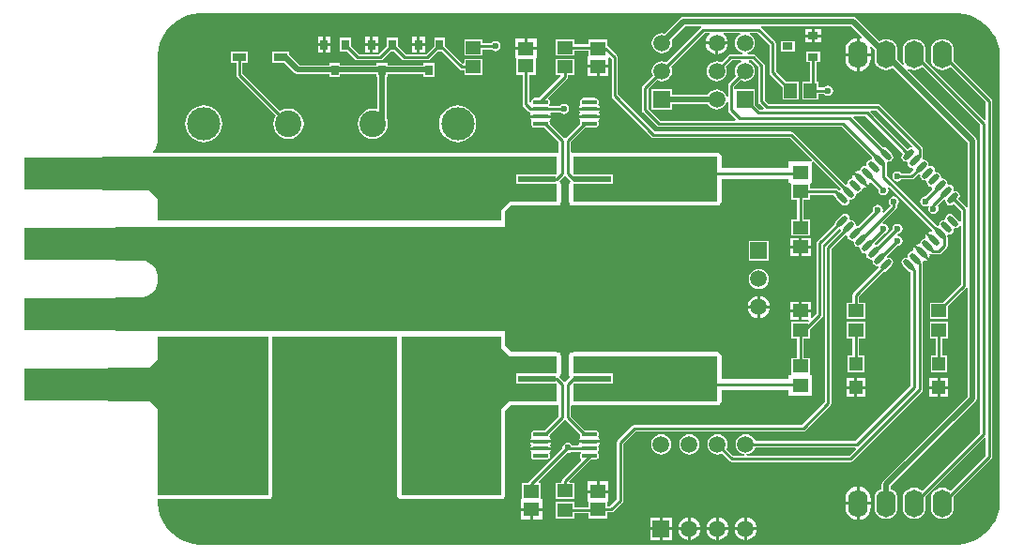
<source format=gtl>
G04*
G04 #@! TF.GenerationSoftware,Altium Limited,Altium Designer,18.1.9 (240)*
G04*
G04 Layer_Physical_Order=1*
G04 Layer_Color=255*
%FSLAX25Y25*%
%MOIN*%
G70*
G01*
G75*
%ADD13C,0.01000*%
%ADD39R,0.04724X0.02756*%
%ADD40R,0.02559X0.03740*%
%ADD41O,0.05512X0.01575*%
%ADD42R,0.05315X0.04528*%
%ADD43R,0.03740X0.02559*%
%ADD44R,0.04528X0.05315*%
G04:AMPARAMS|DCode=45|XSize=19.68mil|YSize=47.24mil|CornerRadius=0mil|HoleSize=0mil|Usage=FLASHONLY|Rotation=225.000|XOffset=0mil|YOffset=0mil|HoleType=Round|Shape=Round|*
%AMOVALD45*
21,1,0.02756,0.01968,0.00000,0.00000,315.0*
1,1,0.01968,-0.00974,0.00974*
1,1,0.01968,0.00974,-0.00974*
%
%ADD45OVALD45*%

G04:AMPARAMS|DCode=46|XSize=19.68mil|YSize=47.24mil|CornerRadius=0mil|HoleSize=0mil|Usage=FLASHONLY|Rotation=135.000|XOffset=0mil|YOffset=0mil|HoleType=Round|Shape=Round|*
%AMOVALD46*
21,1,0.02756,0.01968,0.00000,0.00000,225.0*
1,1,0.01968,0.00974,0.00974*
1,1,0.01968,-0.00974,-0.00974*
%
%ADD46OVALD46*%

%ADD47R,0.05512X0.05118*%
%ADD48R,0.04724X0.04724*%
%ADD49R,0.13386X0.04724*%
%ADD50R,0.13386X0.02362*%
%ADD51C,0.02000*%
%ADD52R,0.04921X0.11800*%
%ADD53R,0.04921X0.11670*%
%ADD54R,0.24606X0.39370*%
%ADD55C,0.02362*%
%ADD56R,0.05906X0.05906*%
%ADD57C,0.05906*%
%ADD58R,0.31496X0.11811*%
%ADD59C,0.09449*%
%ADD60C,0.11811*%
%ADD61O,0.18898X0.09449*%
%ADD62O,0.06890X0.09843*%
G36*
X291339Y94488D02*
X292371D01*
X294418Y94219D01*
X296411Y93684D01*
X298319Y92894D01*
X300107Y91862D01*
X301744Y90606D01*
X303204Y89146D01*
X304461Y87508D01*
X305493Y85720D01*
X306283Y83813D01*
X306817Y81819D01*
X307087Y79772D01*
Y78740D01*
X307087Y78740D01*
Y-78740D01*
X307087D01*
Y-79772D01*
X306817Y-81819D01*
X306283Y-83813D01*
X305493Y-85720D01*
X304461Y-87508D01*
X303204Y-89146D01*
X301744Y-90606D01*
X300107Y-91862D01*
X298319Y-92894D01*
X296411Y-93685D01*
X294418Y-94219D01*
X292371Y-94488D01*
X22590D01*
X20543Y-94219D01*
X18549Y-93685D01*
X16642Y-92894D01*
X14854Y-91862D01*
X13216Y-90606D01*
X11757Y-89146D01*
X10500Y-87508D01*
X9468Y-85720D01*
X8678Y-83813D01*
X8144Y-81819D01*
X7874Y-79772D01*
Y-78740D01*
X8021Y-78301D01*
X27263D01*
X27269Y-78302D01*
X36718D01*
X36724Y-78301D01*
X47244D01*
X47829Y-78185D01*
X48325Y-77853D01*
X48657Y-77357D01*
X48774Y-76772D01*
Y-20669D01*
X92959Y-20669D01*
Y-76772D01*
X93075Y-77357D01*
X93407Y-77853D01*
X93903Y-78185D01*
X94488Y-78301D01*
X102066D01*
X102072Y-78302D01*
X111521D01*
X111527Y-78301D01*
X129921D01*
X130507Y-78185D01*
X131003Y-77853D01*
X131334Y-77357D01*
X131451Y-76772D01*
X131451Y-46986D01*
X133506Y-44931D01*
X149248Y-44978D01*
X149249Y-44978D01*
X149250Y-44978D01*
X149542Y-44921D01*
X149833Y-44864D01*
X149834Y-44863D01*
X149835Y-44863D01*
X149919Y-44807D01*
X150453D01*
Y-48748D01*
X145399Y-53802D01*
X141929D01*
X141388Y-53910D01*
X140929Y-54216D01*
X140622Y-54675D01*
X140515Y-55216D01*
X140622Y-55758D01*
X140687Y-55855D01*
X140640Y-56487D01*
X140245Y-57078D01*
X140206Y-57276D01*
X143898D01*
X147589D01*
X147550Y-57078D01*
X147155Y-56487D01*
X147108Y-55855D01*
X147173Y-55758D01*
X147281Y-55216D01*
X147260Y-55113D01*
X152237Y-50137D01*
X152425Y-50089D01*
X152693Y-50089D01*
X152882Y-50137D01*
X157858Y-55113D01*
X157837Y-55216D01*
X157945Y-55758D01*
X158010Y-55855D01*
X157963Y-56487D01*
X157568Y-57078D01*
X157529Y-57276D01*
X161221D01*
X164912D01*
X164873Y-57078D01*
X164478Y-56487D01*
X164431Y-55855D01*
X164496Y-55758D01*
X164603Y-55216D01*
X164496Y-54675D01*
X164189Y-54216D01*
X163730Y-53910D01*
X163189Y-53802D01*
X159719D01*
X154665Y-48748D01*
Y-45232D01*
X154706Y-45166D01*
X155165Y-44860D01*
X155512Y-44929D01*
X195879D01*
X196000Y-44941D01*
X196121Y-44929D01*
X206693D01*
X207278Y-44813D01*
X207774Y-44481D01*
X208106Y-43985D01*
X208222Y-43400D01*
Y-39539D01*
X232063D01*
Y-41657D01*
X240378D01*
Y-34130D01*
X239869D01*
X239478Y-33868D01*
X239478Y-33630D01*
Y-28140D01*
X237342D01*
Y-21072D01*
X239478D01*
Y-18014D01*
X243903Y-13588D01*
X243903Y-13588D01*
X244146Y-13225D01*
X244232Y-12795D01*
Y12173D01*
X249885Y17825D01*
X250057Y17830D01*
X250531Y17357D01*
X250526Y17184D01*
X245270Y11929D01*
X245027Y11565D01*
X244941Y11136D01*
X244941Y11135D01*
Y-43827D01*
X236740Y-52028D01*
X177165D01*
X176736Y-52113D01*
X176372Y-52357D01*
X176372Y-52357D01*
X171451Y-57278D01*
X171208Y-57642D01*
X171123Y-58071D01*
X171123Y-58071D01*
Y-78276D01*
X168630Y-80768D01*
X167726D01*
Y-79150D01*
X168126D01*
Y-76091D01*
X160614D01*
Y-79150D01*
X161014D01*
Y-81063D01*
X155816D01*
Y-79321D01*
X149302D01*
Y-85049D01*
X155816D01*
Y-83307D01*
X161014D01*
Y-85049D01*
X167726D01*
Y-83011D01*
X169094D01*
X169095Y-83011D01*
X169524Y-82926D01*
X169888Y-82683D01*
X173037Y-79533D01*
X173037Y-79533D01*
X173280Y-79169D01*
X173366Y-78740D01*
X173366Y-78740D01*
Y-58535D01*
X177630Y-54271D01*
X237205D01*
X237205Y-54271D01*
X237634Y-54186D01*
X237998Y-53943D01*
X246856Y-45084D01*
X246856Y-45084D01*
X247099Y-44721D01*
X247184Y-44291D01*
X247184Y-44291D01*
Y10671D01*
X252112Y15598D01*
X252557Y15611D01*
X252920Y15202D01*
X252907Y15141D01*
X253030Y14523D01*
X253381Y13999D01*
X253905Y13649D01*
X254523Y13526D01*
X254756Y13572D01*
X255181Y13147D01*
X255135Y12914D01*
X255258Y12296D01*
X255608Y11772D01*
X256132Y11422D01*
X256750Y11299D01*
X256983Y11345D01*
X257408Y10920D01*
X257362Y10687D01*
X257485Y10069D01*
X257835Y9545D01*
X258359Y9195D01*
X258977Y9072D01*
X259210Y9118D01*
X259635Y8693D01*
X259589Y8460D01*
X259712Y7842D01*
X260062Y7318D01*
X260586Y6967D01*
X261204Y6844D01*
X261437Y6891D01*
X261862Y6466D01*
X261816Y6233D01*
X261939Y5615D01*
X262289Y5091D01*
X262813Y4740D01*
X263431Y4617D01*
X263492Y4629D01*
X263901Y4267D01*
X263888Y3822D01*
X255112Y-4954D01*
X254869Y-5318D01*
X254784Y-5747D01*
X254784Y-5747D01*
Y-8455D01*
X252648D01*
Y-14183D01*
X259163D01*
Y-8455D01*
X257027D01*
Y-6212D01*
X265634Y2395D01*
X265658Y2390D01*
X266277Y2513D01*
X266800Y2863D01*
X268749Y4812D01*
X269099Y5336D01*
X269222Y5954D01*
X269099Y6572D01*
X268749Y7096D01*
X268225Y7447D01*
X267607Y7570D01*
X267374Y7523D01*
X266949Y7948D01*
X266995Y8181D01*
X266990Y8206D01*
X270478Y11693D01*
X270669Y11655D01*
X271364Y11793D01*
X271953Y12187D01*
X272347Y12776D01*
X272485Y13471D01*
X272347Y14166D01*
X271953Y14755D01*
X271364Y15148D01*
X270861Y15249D01*
X270608Y15678D01*
X270593Y15773D01*
X270643Y15856D01*
X270715Y15910D01*
X271364Y16039D01*
X271953Y16432D01*
X272347Y17022D01*
X272485Y17717D01*
X272347Y18411D01*
X271953Y19001D01*
X271364Y19394D01*
X270669Y19533D01*
X269974Y19394D01*
X269385Y19001D01*
X268991Y18411D01*
X268853Y17717D01*
X268891Y17525D01*
X263351Y11984D01*
X263153Y12024D01*
X262920Y11977D01*
X262495Y12403D01*
X262541Y12636D01*
X262536Y12660D01*
X265784Y15908D01*
X266443Y16039D01*
X267032Y16432D01*
X267426Y17022D01*
X267564Y17717D01*
X267426Y18411D01*
X267032Y19001D01*
X266443Y19394D01*
X265748Y19533D01*
X265640Y19511D01*
X265394Y19972D01*
X270219Y24798D01*
X270219Y24798D01*
X270462Y25161D01*
X270548Y25591D01*
Y26166D01*
X270710Y26275D01*
X271104Y26864D01*
X271242Y27559D01*
X271104Y28254D01*
X270710Y28843D01*
X270121Y29237D01*
X269426Y29375D01*
X268731Y29237D01*
X268142Y28843D01*
X267749Y28254D01*
X267610Y27559D01*
X267749Y26864D01*
X268142Y26275D01*
X268011Y25761D01*
X265852Y23603D01*
X265457Y23911D01*
X265596Y24606D01*
X265457Y25301D01*
X265064Y25890D01*
X264475Y26284D01*
X263779Y26422D01*
X263085Y26284D01*
X262495Y25890D01*
X262102Y25301D01*
X261964Y24606D01*
X262036Y24241D01*
X256496Y18700D01*
X256471Y18705D01*
X256239Y18659D01*
X255813Y19084D01*
X255860Y19317D01*
X255737Y19935D01*
X255387Y20459D01*
X254862Y20809D01*
X254244Y20932D01*
X254011Y20886D01*
X253586Y21311D01*
X253632Y21544D01*
X253510Y22162D01*
X253159Y22686D01*
X252635Y23036D01*
X252017Y23159D01*
X251399Y23036D01*
X250875Y22686D01*
X248926Y20738D01*
X248576Y20213D01*
X248453Y19595D01*
X248458Y19571D01*
X242317Y13430D01*
X242074Y13066D01*
X241989Y12637D01*
X241989Y12637D01*
Y-12331D01*
X240340Y-13979D01*
X239878Y-13788D01*
Y-11819D01*
X236721D01*
Y-14583D01*
X238953D01*
X239158Y-15052D01*
X238922Y-15345D01*
X232963D01*
Y-21072D01*
X235099D01*
Y-28140D01*
X232963D01*
Y-33630D01*
X232963Y-33868D01*
X232572Y-34130D01*
X232063D01*
Y-35461D01*
X208222D01*
Y-27559D01*
X208106Y-26974D01*
X207774Y-26478D01*
X207278Y-26146D01*
X206693Y-26030D01*
X155512D01*
X155365Y-26059D01*
X154209D01*
Y-26809D01*
X154099Y-26974D01*
X153982Y-27559D01*
Y-33652D01*
X154099Y-34237D01*
X154430Y-34733D01*
X154448Y-34911D01*
X152882Y-36477D01*
X152559Y-36560D01*
X152237Y-36477D01*
X150670Y-34911D01*
X150688Y-34733D01*
X151019Y-34237D01*
X151136Y-33652D01*
Y-27559D01*
X151019Y-26974D01*
X150909Y-26810D01*
Y-26059D01*
X149754D01*
X149606Y-26030D01*
X133508D01*
X131451Y-23973D01*
X131451Y-20669D01*
X131334Y-20084D01*
X131145Y-19801D01*
X131145Y-18476D01*
X2547Y-18428D01*
X1969Y-18400D01*
Y-18400D01*
X-6874D01*
Y-13000D01*
X-23622D01*
Y-12000D01*
X-6874D01*
Y-6600D01*
X1969D01*
X2547Y-6572D01*
X3683Y-6346D01*
X4752Y-5903D01*
X5715Y-5260D01*
X6533Y-4441D01*
X7177Y-3478D01*
X7620Y-2409D01*
X7846Y-1273D01*
X7874Y-695D01*
X7874Y-695D01*
Y695D01*
X7874D01*
X7874Y695D01*
X7846Y1273D01*
X7620Y2409D01*
X7177Y3478D01*
X6533Y4441D01*
X5715Y5260D01*
X4752Y5903D01*
X3683Y6346D01*
X2547Y6572D01*
X1969Y6600D01*
Y6600D01*
X-6874D01*
Y12000D01*
X-23622D01*
Y13000D01*
X-6874D01*
Y18400D01*
X1969D01*
X2547Y18428D01*
X131145Y18476D01*
X131145Y19801D01*
X131334Y20084D01*
X131451Y20669D01*
Y23973D01*
X133508Y26030D01*
X149606D01*
X149754Y26059D01*
X150909D01*
Y26809D01*
X151019Y26974D01*
X151136Y27559D01*
Y33652D01*
X151019Y34237D01*
X150688Y34733D01*
X150670Y34911D01*
X152276Y36517D01*
X152382Y36559D01*
X152613Y36576D01*
X152921Y36536D01*
X154546Y34911D01*
X154529Y34733D01*
X154197Y34237D01*
X154081Y33652D01*
Y27559D01*
X154197Y26974D01*
X154209Y26957D01*
Y26059D01*
X155463D01*
X155610Y26030D01*
X206693D01*
X207278Y26146D01*
X207774Y26478D01*
X208106Y26974D01*
X208222Y27559D01*
Y35461D01*
X232063D01*
Y34130D01*
X232572D01*
X232963Y33868D01*
X232963Y33630D01*
Y28140D01*
X235099D01*
Y21072D01*
X232963D01*
Y15345D01*
X239478D01*
Y21072D01*
X237342D01*
Y28140D01*
X239478D01*
Y29882D01*
X248063D01*
X248453Y29617D01*
X248576Y28999D01*
X248926Y28475D01*
X250875Y26526D01*
X251399Y26176D01*
X252017Y26053D01*
X252635Y26176D01*
X253159Y26526D01*
X253510Y27050D01*
X253632Y27669D01*
X253586Y27902D01*
X254011Y28327D01*
X254244Y28280D01*
X254862Y28403D01*
X255386Y28754D01*
X255737Y29278D01*
X255860Y29896D01*
X255813Y30129D01*
X256239Y30554D01*
X256471Y30507D01*
X257090Y30630D01*
X257614Y30981D01*
X257964Y31505D01*
X258051Y31946D01*
X258510Y32364D01*
X258699Y32327D01*
X259473Y32481D01*
X259705Y32636D01*
X257371Y34971D01*
X255036Y37305D01*
X254881Y37073D01*
X254727Y36299D01*
X254764Y36110D01*
X254346Y35652D01*
X253905Y35564D01*
X253381Y35214D01*
X253030Y34690D01*
X252907Y34071D01*
X252920Y34010D01*
X252557Y33602D01*
X252112Y33614D01*
X233752Y51974D01*
X233388Y52217D01*
X232959Y52303D01*
X232959Y52303D01*
X184520D01*
X171397Y65425D01*
Y78740D01*
X171397Y78740D01*
X171312Y79169D01*
X171069Y79533D01*
X171069Y79533D01*
X167919Y82683D01*
X167726Y82812D01*
Y85049D01*
X161014D01*
Y83307D01*
X155816D01*
Y85049D01*
X149302D01*
Y79321D01*
X155816D01*
Y81063D01*
X161014D01*
Y79150D01*
X160614D01*
Y76091D01*
X164370D01*
X168126D01*
Y78597D01*
X168626Y78804D01*
X169154Y78276D01*
Y64961D01*
X169154Y64961D01*
X169239Y64531D01*
X169483Y64168D01*
X183262Y50388D01*
X183262Y50388D01*
X183626Y50145D01*
X184055Y50059D01*
X184055Y50060D01*
X232494D01*
X240409Y42145D01*
X240189Y41658D01*
X232063D01*
Y39539D01*
X208222D01*
Y43400D01*
X208106Y43985D01*
X207774Y44481D01*
X207278Y44813D01*
X206693Y44929D01*
X196122D01*
X196000Y44941D01*
X195879Y44929D01*
X155610D01*
X155165Y44841D01*
X154665Y45128D01*
Y48748D01*
X159719Y53802D01*
X163189D01*
X163730Y53910D01*
X164189Y54216D01*
X164496Y54675D01*
X164604Y55216D01*
X164496Y55758D01*
X164431Y55855D01*
X164478Y56487D01*
X164873Y57078D01*
X164912Y57276D01*
X161221D01*
X157529D01*
X157568Y57078D01*
X157963Y56487D01*
X158010Y55855D01*
X157945Y55758D01*
X157837Y55216D01*
X157858Y55113D01*
X152882Y50137D01*
X152693Y50089D01*
X152425Y50089D01*
X152237Y50137D01*
X147260Y55113D01*
X147281Y55216D01*
X147173Y55758D01*
X147108Y55855D01*
X147155Y56487D01*
X147550Y57078D01*
X147589Y57276D01*
X143898D01*
X140206D01*
X140245Y57078D01*
X140640Y56487D01*
X140687Y55855D01*
X140622Y55758D01*
X140515Y55216D01*
X140622Y54675D01*
X140929Y54216D01*
X141388Y53910D01*
X141929Y53802D01*
X145399D01*
X150453Y48748D01*
Y44807D01*
X149715D01*
X149606Y44829D01*
X6456D01*
X6265Y45291D01*
X6533Y45559D01*
X7177Y46522D01*
X7620Y47591D01*
X7846Y48727D01*
X7874Y49305D01*
X7874D01*
Y78740D01*
X7874Y79772D01*
X8144Y81819D01*
X8678Y83813D01*
X9468Y85720D01*
X10500Y87508D01*
X11757Y89146D01*
X13216Y90606D01*
X14854Y91862D01*
X16642Y92894D01*
X18549Y93684D01*
X20543Y94219D01*
X22590Y94488D01*
X23622D01*
Y94488D01*
X291339D01*
X291339Y94488D01*
D02*
G37*
G36*
X250526Y32028D02*
X250531Y31856D01*
X250057Y31382D01*
X249885Y31387D01*
X249475Y31797D01*
X249111Y32040D01*
X248682Y32125D01*
X248682Y32125D01*
X239831D01*
X239478Y32479D01*
X239478Y33868D01*
X239869Y34130D01*
X240378D01*
Y41469D01*
X240865Y41689D01*
X250526Y32028D01*
D02*
G37*
G36*
X206693Y27559D02*
X155610D01*
Y33652D01*
X169694D01*
Y37214D01*
X155610D01*
Y43400D01*
X206693D01*
Y27559D01*
D02*
G37*
G36*
X149606Y37214D02*
X135424D01*
Y33652D01*
X149606D01*
Y27559D01*
X132874D01*
X129921Y24606D01*
Y20669D01*
X7874D01*
Y28543D01*
X4921Y31600D01*
X-11811D01*
Y43299D01*
X149606D01*
Y37214D01*
D02*
G37*
G36*
X206693Y-43400D02*
X155512D01*
Y-37214D01*
X169694D01*
Y-33652D01*
X155512D01*
Y-27559D01*
X206693D01*
Y-43400D01*
D02*
G37*
G36*
X129921Y-20669D02*
X129921Y-24606D01*
X132874Y-27559D01*
X149606D01*
Y-33652D01*
X135424D01*
Y-37214D01*
X149606D01*
Y-43096D01*
X149252Y-43449D01*
X132874Y-43400D01*
X129921Y-46353D01*
X129921Y-76772D01*
X94488D01*
Y-20669D01*
X129921Y-20669D01*
D02*
G37*
G36*
X47244Y-20669D02*
Y-76772D01*
X7874D01*
Y-46260D01*
X4921Y-43387D01*
X-9843D01*
Y-31600D01*
X4921D01*
X7874Y-28543D01*
Y-20669D01*
X47244Y-20669D01*
D02*
G37*
%LPC*%
G36*
X102870Y86138D02*
X101091D01*
Y83768D01*
X102870D01*
Y86138D01*
D02*
G37*
G36*
X100091D02*
X98311D01*
Y83768D01*
X100091D01*
Y86138D01*
D02*
G37*
G36*
X86138D02*
X84358D01*
Y83768D01*
X86138D01*
Y86138D01*
D02*
G37*
G36*
X83358D02*
X81579D01*
Y83768D01*
X83358D01*
Y86138D01*
D02*
G37*
G36*
X69406D02*
X67626D01*
Y83768D01*
X69406D01*
Y86138D01*
D02*
G37*
G36*
X66626D02*
X64846D01*
Y83768D01*
X66626D01*
Y86138D01*
D02*
G37*
G36*
X142535Y85495D02*
X139279D01*
Y82436D01*
X142535D01*
Y85495D01*
D02*
G37*
G36*
X138279D02*
X135024D01*
Y82436D01*
X138279D01*
Y85495D01*
D02*
G37*
G36*
X123336Y85049D02*
X116821D01*
Y79321D01*
X123336D01*
Y81556D01*
X126560D01*
X126669Y81393D01*
X127258Y80999D01*
X127953Y80861D01*
X128648Y80999D01*
X129237Y81393D01*
X129630Y81982D01*
X129769Y82677D01*
X129630Y83372D01*
X129237Y83961D01*
X128648Y84355D01*
X127953Y84493D01*
X127258Y84355D01*
X126669Y83961D01*
X126560Y83799D01*
X123336D01*
Y85049D01*
D02*
G37*
G36*
X102870Y82768D02*
X101091D01*
Y80398D01*
X102870D01*
Y82768D01*
D02*
G37*
G36*
X100091D02*
X98311D01*
Y80398D01*
X100091D01*
Y82768D01*
D02*
G37*
G36*
X86138D02*
X84358D01*
Y80398D01*
X86138D01*
Y82768D01*
D02*
G37*
G36*
X83358D02*
X81579D01*
Y80398D01*
X83358D01*
Y82768D01*
D02*
G37*
G36*
X69406D02*
X67626D01*
Y80398D01*
X69406D01*
Y82768D01*
D02*
G37*
G36*
X66626D02*
X64846D01*
Y80398D01*
X66626D01*
Y82768D01*
D02*
G37*
G36*
X109950Y85738D02*
X106191D01*
Y82876D01*
X103177Y79862D01*
X96232D01*
X93218Y82876D01*
Y85738D01*
X89459D01*
Y82876D01*
X86445Y79862D01*
X79500D01*
X76486Y82876D01*
Y85738D01*
X72727D01*
Y80798D01*
X75392D01*
X78242Y77947D01*
X78242Y77947D01*
X78606Y77704D01*
X79035Y77619D01*
X79036Y77619D01*
X86909D01*
X86910Y77619D01*
X87339Y77704D01*
X87703Y77947D01*
X90553Y80798D01*
X92124D01*
X94975Y77947D01*
X94975Y77947D01*
X95338Y77704D01*
X95768Y77619D01*
X95768Y77619D01*
X103642D01*
X103642Y77619D01*
X104071Y77704D01*
X104435Y77947D01*
X107285Y80798D01*
X108856D01*
X115152Y74502D01*
X115152Y74502D01*
X115516Y74259D01*
X115945Y74174D01*
X116821D01*
Y72431D01*
X123336D01*
Y78159D01*
X116821D01*
Y76630D01*
X116321Y76505D01*
X109950Y82876D01*
Y85738D01*
D02*
G37*
G36*
X254843Y93167D02*
X194724D01*
X194100Y93043D01*
X193571Y92689D01*
X188096Y87214D01*
X187935Y87280D01*
X187008Y87402D01*
X186080Y87280D01*
X185216Y86922D01*
X184474Y86353D01*
X183905Y85611D01*
X183547Y84746D01*
X183424Y83819D01*
X183547Y82891D01*
X183905Y82027D01*
X184474Y81285D01*
X185216Y80716D01*
X186080Y80358D01*
X187008Y80235D01*
X187935Y80358D01*
X188800Y80716D01*
X189542Y81285D01*
X190111Y82027D01*
X190469Y82891D01*
X190591Y83819D01*
X190469Y84746D01*
X190403Y84907D01*
X195400Y89904D01*
X200869D01*
X201021Y89404D01*
X200979Y89376D01*
X200979Y89376D01*
X188605Y77003D01*
X187935Y77280D01*
X187008Y77402D01*
X186080Y77280D01*
X185216Y76922D01*
X184474Y76353D01*
X183905Y75611D01*
X183547Y74746D01*
X183424Y73819D01*
X183547Y72891D01*
X183824Y72221D01*
X180309Y68706D01*
X180066Y68343D01*
X179981Y67913D01*
X179981Y67913D01*
Y60039D01*
X179981Y60039D01*
X180066Y59610D01*
X180309Y59246D01*
X185231Y54325D01*
X185231Y54325D01*
X185594Y54082D01*
X186024Y53997D01*
X250829D01*
X261661Y43164D01*
X261674Y42719D01*
X261265Y42356D01*
X261204Y42368D01*
X260586Y42245D01*
X260062Y41895D01*
X259712Y41371D01*
X259589Y40753D01*
X259635Y40520D01*
X259210Y40095D01*
X258977Y40141D01*
X258359Y40018D01*
X257835Y39668D01*
X257485Y39144D01*
X257397Y38703D01*
X256939Y38284D01*
X256750Y38322D01*
X255976Y38168D01*
X255743Y38012D01*
X258078Y35678D01*
X260412Y33343D01*
X260568Y33576D01*
X260702Y34249D01*
X260992Y34403D01*
X261212Y34446D01*
X263970Y31688D01*
X263932Y31496D01*
X264070Y30801D01*
X264464Y30212D01*
X265053Y29818D01*
X265748Y29680D01*
X266443Y29818D01*
X267032Y30212D01*
X267426Y30801D01*
X267564Y31496D01*
X267426Y32191D01*
X267331Y32332D01*
X267720Y32651D01*
X283058Y17312D01*
X282812Y16852D01*
X282640Y16886D01*
X281866Y16732D01*
X281633Y16577D01*
X283968Y14242D01*
X283261Y13535D01*
X280926Y15869D01*
X280771Y15637D01*
X280617Y14863D01*
X280654Y14674D01*
X280236Y14216D01*
X279795Y14128D01*
X279271Y13778D01*
X278921Y13254D01*
X278833Y12813D01*
X278375Y12394D01*
X278186Y12432D01*
X277412Y12278D01*
X277179Y12122D01*
X279514Y9788D01*
X281848Y7453D01*
X282004Y7686D01*
X282158Y8460D01*
X282120Y8649D01*
X282133Y8669D01*
X282571Y8944D01*
X282777Y8806D01*
X283206Y8721D01*
X283206Y8721D01*
X285433D01*
X285433Y8721D01*
X285862Y8806D01*
X286226Y9049D01*
X288195Y11018D01*
X288438Y11382D01*
X288523Y11811D01*
X288523Y11811D01*
Y14555D01*
X288523Y14555D01*
X288438Y14985D01*
X288409Y15028D01*
X288431Y15141D01*
X288385Y15374D01*
X288810Y15799D01*
X289043Y15753D01*
X289661Y15876D01*
X290185Y16226D01*
X290535Y16750D01*
X290658Y17368D01*
X290612Y17601D01*
X291037Y18026D01*
X291270Y17980D01*
X291888Y18103D01*
X292412Y18453D01*
X292670Y18839D01*
X293170Y18687D01*
Y-1996D01*
X286711Y-8455D01*
X282176D01*
Y-14183D01*
X288690D01*
Y-9647D01*
X295084Y-3254D01*
X295084Y-3254D01*
X295113Y-3211D01*
X295613Y-3363D01*
Y-41778D01*
X265500Y-71890D01*
X265146Y-72420D01*
X265022Y-73044D01*
Y-74546D01*
X264614Y-74715D01*
X263769Y-75363D01*
X263121Y-76208D01*
X262713Y-77192D01*
X262574Y-78248D01*
Y-81201D01*
X262713Y-82257D01*
X263121Y-83241D01*
X263769Y-84086D01*
X264614Y-84734D01*
X265598Y-85141D01*
X266654Y-85281D01*
X267710Y-85141D01*
X268694Y-84734D01*
X269538Y-84086D01*
X270187Y-83241D01*
X270595Y-82257D01*
X270733Y-81201D01*
Y-78248D01*
X270595Y-77192D01*
X270187Y-76208D01*
X269538Y-75363D01*
X268694Y-74715D01*
X268285Y-74546D01*
Y-73720D01*
X298398Y-43607D01*
X298751Y-43078D01*
X298875Y-42454D01*
Y49134D01*
X298751Y49758D01*
X298398Y50287D01*
X274439Y74246D01*
X274722Y74670D01*
X275598Y74307D01*
X276654Y74168D01*
X277710Y74307D01*
X278694Y74715D01*
X279476Y75316D01*
X300060Y54732D01*
Y-54732D01*
X279476Y-75315D01*
X278694Y-74715D01*
X277710Y-74307D01*
X276654Y-74168D01*
X275598Y-74307D01*
X274614Y-74715D01*
X273769Y-75363D01*
X273120Y-76208D01*
X272713Y-77192D01*
X272574Y-78248D01*
Y-81201D01*
X272713Y-82257D01*
X273120Y-83241D01*
X273769Y-84086D01*
X274614Y-84734D01*
X275598Y-85141D01*
X276654Y-85281D01*
X277710Y-85141D01*
X278694Y-84734D01*
X279538Y-84086D01*
X280187Y-83241D01*
X280594Y-82257D01*
X280733Y-81201D01*
Y-78248D01*
X280615Y-77349D01*
X301528Y-56436D01*
X302028Y-56643D01*
Y-62764D01*
X289476Y-75315D01*
X288694Y-74715D01*
X287710Y-74307D01*
X286654Y-74168D01*
X285598Y-74307D01*
X284614Y-74715D01*
X283769Y-75363D01*
X283120Y-76208D01*
X282713Y-77192D01*
X282574Y-78248D01*
Y-81201D01*
X282713Y-82257D01*
X283120Y-83241D01*
X283769Y-84086D01*
X284614Y-84734D01*
X285598Y-85141D01*
X286654Y-85281D01*
X287710Y-85141D01*
X288694Y-84734D01*
X289539Y-84086D01*
X290187Y-83241D01*
X290595Y-82257D01*
X290734Y-81201D01*
Y-78248D01*
X290615Y-77349D01*
X303943Y-64021D01*
X303943Y-64021D01*
X304186Y-63658D01*
X304271Y-63228D01*
Y63228D01*
X304271Y63228D01*
X304186Y63658D01*
X303943Y64021D01*
X303943Y64021D01*
X290615Y77349D01*
X290733Y78248D01*
Y81201D01*
X290594Y82257D01*
X290187Y83241D01*
X289538Y84086D01*
X288693Y84734D01*
X287709Y85142D01*
X286654Y85281D01*
X285598Y85142D01*
X284614Y84734D01*
X283769Y84086D01*
X283120Y83241D01*
X282713Y82257D01*
X282574Y81201D01*
Y78248D01*
X282713Y77192D01*
X283120Y76208D01*
X283769Y75363D01*
X284614Y74715D01*
X285598Y74307D01*
X286654Y74168D01*
X287709Y74307D01*
X288693Y74715D01*
X289476Y75316D01*
X302028Y62764D01*
Y56643D01*
X301528Y56436D01*
X280615Y77349D01*
X280733Y78248D01*
Y81201D01*
X280594Y82257D01*
X280187Y83241D01*
X279538Y84086D01*
X278694Y84734D01*
X277710Y85142D01*
X276654Y85281D01*
X275598Y85142D01*
X274614Y84734D01*
X273769Y84086D01*
X273120Y83241D01*
X272713Y82257D01*
X272574Y81201D01*
Y78248D01*
X272713Y77192D01*
X273075Y76317D01*
X272652Y76034D01*
X270699Y77986D01*
X270733Y78248D01*
Y81201D01*
X270594Y82257D01*
X270187Y83241D01*
X269538Y84086D01*
X268693Y84734D01*
X267709Y85142D01*
X266654Y85281D01*
X265598Y85142D01*
X264614Y84734D01*
X264239Y84446D01*
X255996Y92689D01*
X255467Y93043D01*
X254843Y93167D01*
D02*
G37*
G36*
X168126Y75091D02*
X164870D01*
Y72031D01*
X168126D01*
Y75091D01*
D02*
G37*
G36*
X163870D02*
X160614D01*
Y72031D01*
X163870D01*
Y75091D01*
D02*
G37*
G36*
X54537Y80718D02*
X48613D01*
Y76762D01*
X53017D01*
X56622Y73158D01*
X57151Y72804D01*
X57776Y72680D01*
X68987D01*
Y71742D01*
X72746D01*
Y72680D01*
X85719D01*
Y71742D01*
X85967D01*
Y60711D01*
X85467Y60342D01*
X84355Y60488D01*
X82965Y60306D01*
X81670Y59769D01*
X80558Y58916D01*
X79705Y57803D01*
X79168Y56508D01*
X78985Y55118D01*
X79168Y53728D01*
X79705Y52433D01*
X80558Y51321D01*
X81670Y50467D01*
X82965Y49931D01*
X84355Y49748D01*
X85745Y49931D01*
X87041Y50467D01*
X88153Y51321D01*
X89006Y52433D01*
X89543Y53728D01*
X89726Y55118D01*
X89543Y56508D01*
X89230Y57264D01*
Y71742D01*
X89478D01*
Y72680D01*
X102451D01*
Y71742D01*
X106210D01*
Y76683D01*
X102451D01*
Y75942D01*
X89478D01*
Y76683D01*
X85719D01*
Y75942D01*
X72746D01*
Y76683D01*
X68987D01*
Y75942D01*
X58451D01*
X54537Y79857D01*
Y80718D01*
D02*
G37*
G36*
X163189Y64308D02*
X159252D01*
X158711Y64201D01*
X158252Y63894D01*
X157945Y63435D01*
X157837Y62894D01*
X157945Y62352D01*
X158010Y62256D01*
X157963Y61623D01*
X157568Y61032D01*
X157529Y60835D01*
X161221D01*
X164912D01*
X164873Y61032D01*
X164478Y61623D01*
X164431Y62256D01*
X164496Y62352D01*
X164604Y62894D01*
X164496Y63435D01*
X164189Y63894D01*
X163730Y64201D01*
X163189Y64308D01*
D02*
G37*
G36*
X142535Y81436D02*
X138779D01*
X135024D01*
Y78377D01*
X135424D01*
Y72478D01*
X137658D01*
Y62008D01*
X137658Y62008D01*
X137743Y61579D01*
X137987Y61215D01*
X139660Y59542D01*
X139660Y59542D01*
X140024Y59298D01*
X140175Y59268D01*
X140417Y58744D01*
X140416Y58728D01*
X140245Y58473D01*
X140206Y58276D01*
X143898D01*
X147589D01*
X147550Y58473D01*
X147389Y58713D01*
X147657Y59213D01*
X150871D01*
X150980Y59051D01*
X151569Y58657D01*
X152264Y58519D01*
X152959Y58657D01*
X153548Y59051D01*
X153942Y59640D01*
X154080Y60335D01*
X153942Y61030D01*
X153548Y61619D01*
X152959Y62012D01*
X152264Y62151D01*
X151569Y62012D01*
X150980Y61619D01*
X150871Y61456D01*
X147112D01*
X146980Y61691D01*
X146908Y61956D01*
X147173Y62352D01*
X147281Y62894D01*
X147173Y63435D01*
X146866Y63894D01*
X146788Y63946D01*
X146739Y64444D01*
X153352Y71057D01*
X153595Y71421D01*
X153681Y71850D01*
X153681Y71850D01*
Y72431D01*
X155816D01*
Y78159D01*
X149302D01*
Y72431D01*
X150847D01*
X151054Y71931D01*
X143431Y64308D01*
X141929D01*
X141388Y64201D01*
X140929Y63894D01*
X140622Y63435D01*
X140515Y62894D01*
X140532Y62806D01*
X140080Y62515D01*
X139901Y62644D01*
Y72478D01*
X142135D01*
Y78377D01*
X142535D01*
Y81436D01*
D02*
G37*
G36*
X164912Y59835D02*
X161221D01*
X157529D01*
X157568Y59637D01*
X157957Y59055D01*
X157568Y58473D01*
X157529Y58276D01*
X161221D01*
X164912D01*
X164873Y58473D01*
X164484Y59055D01*
X164873Y59637D01*
X164912Y59835D01*
D02*
G37*
G36*
X39970Y80718D02*
X34046D01*
Y76762D01*
X35886D01*
Y72545D01*
X35886Y72544D01*
X35972Y72115D01*
X36215Y71751D01*
X49948Y58018D01*
X49783Y57803D01*
X49247Y56508D01*
X49064Y55118D01*
X49247Y53728D01*
X49783Y52433D01*
X50637Y51321D01*
X51749Y50467D01*
X53044Y49931D01*
X54434Y49748D01*
X55824Y49931D01*
X57119Y50467D01*
X58232Y51321D01*
X59085Y52433D01*
X59622Y53728D01*
X59805Y55118D01*
X59622Y56508D01*
X59085Y57803D01*
X58232Y58916D01*
X57119Y59769D01*
X55824Y60306D01*
X54434Y60488D01*
X53044Y60306D01*
X51749Y59769D01*
X51534Y59604D01*
X38129Y73009D01*
Y76762D01*
X39970D01*
Y80718D01*
D02*
G37*
G36*
X114473Y61655D02*
X113198Y61529D01*
X111972Y61158D01*
X110842Y60553D01*
X109851Y59741D01*
X109038Y58750D01*
X108434Y57620D01*
X108062Y56393D01*
X107937Y55118D01*
X108062Y53843D01*
X108434Y52617D01*
X109038Y51486D01*
X109851Y50496D01*
X110842Y49683D01*
X111972Y49079D01*
X113198Y48707D01*
X114473Y48581D01*
X115749Y48707D01*
X116975Y49079D01*
X118105Y49683D01*
X119096Y50496D01*
X119909Y51486D01*
X120513Y52617D01*
X120885Y53843D01*
X121010Y55118D01*
X120885Y56393D01*
X120513Y57620D01*
X119909Y58750D01*
X119096Y59741D01*
X118105Y60553D01*
X116975Y61158D01*
X115749Y61529D01*
X114473Y61655D01*
D02*
G37*
G36*
X24316D02*
X23041Y61529D01*
X21814Y61158D01*
X20684Y60553D01*
X19694Y59741D01*
X18881Y58750D01*
X18277Y57620D01*
X17905Y56393D01*
X17779Y55118D01*
X17905Y53843D01*
X18277Y52617D01*
X18881Y51486D01*
X19694Y50496D01*
X20684Y49683D01*
X21814Y49079D01*
X23041Y48707D01*
X24316Y48581D01*
X25591Y48707D01*
X26818Y49079D01*
X27948Y49683D01*
X28938Y50496D01*
X29751Y51486D01*
X30356Y52617D01*
X30727Y53843D01*
X30853Y55118D01*
X30727Y56393D01*
X30356Y57620D01*
X29751Y58750D01*
X28938Y59741D01*
X27948Y60553D01*
X26818Y61158D01*
X25591Y61529D01*
X24316Y61655D01*
D02*
G37*
G36*
X196500Y19390D02*
Y13000D01*
X202890D01*
X202806Y13854D01*
X202411Y15155D01*
X201769Y16355D01*
X200907Y17407D01*
X199855Y18270D01*
X198655Y18911D01*
X197354Y19306D01*
X196500Y19390D01*
D02*
G37*
G36*
X195500Y19390D02*
X194646Y19306D01*
X193345Y18911D01*
X192145Y18270D01*
X191094Y17407D01*
X190231Y16355D01*
X189589Y15155D01*
X189194Y13854D01*
X189110Y13000D01*
X195500D01*
Y19390D01*
D02*
G37*
G36*
X239878Y14583D02*
X236720D01*
Y11819D01*
X239878D01*
Y14583D01*
D02*
G37*
G36*
X235720D02*
X232563D01*
Y11819D01*
X235720D01*
Y14583D01*
D02*
G37*
G36*
X239878Y10819D02*
X236720D01*
Y8055D01*
X239878D01*
Y10819D01*
D02*
G37*
G36*
X235720D02*
X232563D01*
Y8055D01*
X235720D01*
Y10819D01*
D02*
G37*
G36*
X276472Y11415D02*
X276317Y11183D01*
X276163Y10408D01*
X276200Y10220D01*
X275782Y9761D01*
X275341Y9674D01*
X274816Y9324D01*
X274466Y8800D01*
X274343Y8181D01*
X274390Y7948D01*
X273965Y7523D01*
X273732Y7570D01*
X273113Y7447D01*
X272589Y7096D01*
X272239Y6572D01*
X272116Y5954D01*
X272239Y5336D01*
X272589Y4812D01*
X274538Y2863D01*
X275062Y2513D01*
X275453Y2435D01*
Y-37921D01*
X255677Y-57697D01*
X220153D01*
X219875Y-57027D01*
X219305Y-56285D01*
X218563Y-55716D01*
X217699Y-55358D01*
X216772Y-55235D01*
X215844Y-55358D01*
X214980Y-55716D01*
X214238Y-56285D01*
X213668Y-57027D01*
X213310Y-57891D01*
X213188Y-58819D01*
X213310Y-59746D01*
X213668Y-60611D01*
X214238Y-61353D01*
X214980Y-61922D01*
X215844Y-62280D01*
X216411Y-62355D01*
X216378Y-62855D01*
X212394D01*
X209955Y-60417D01*
X210233Y-59746D01*
X210355Y-58819D01*
X210233Y-57891D01*
X209875Y-57027D01*
X209306Y-56285D01*
X208563Y-55716D01*
X207699Y-55358D01*
X206772Y-55235D01*
X205844Y-55358D01*
X204980Y-55716D01*
X204238Y-56285D01*
X203668Y-57027D01*
X203310Y-57891D01*
X203188Y-58819D01*
X203310Y-59746D01*
X203668Y-60611D01*
X204238Y-61353D01*
X204980Y-61922D01*
X205844Y-62280D01*
X206772Y-62402D01*
X207699Y-62280D01*
X208369Y-62003D01*
X211136Y-64769D01*
X211136Y-64769D01*
X211500Y-65013D01*
X211929Y-65098D01*
X211929Y-65098D01*
X253937D01*
X253937Y-65098D01*
X254366Y-65013D01*
X254730Y-64769D01*
X279336Y-40163D01*
X279336Y-40163D01*
X279579Y-39799D01*
X279665Y-39370D01*
X279665Y-39370D01*
Y5597D01*
X279665Y5597D01*
X279579Y6026D01*
X279571Y6039D01*
X279678Y6271D01*
X279946Y6474D01*
X280135Y6437D01*
X280909Y6591D01*
X281141Y6746D01*
X278807Y9081D01*
X276472Y11415D01*
D02*
G37*
G36*
X225009Y13553D02*
X217904D01*
Y6447D01*
X225009D01*
Y13553D01*
D02*
G37*
G36*
X195500Y12000D02*
X189110D01*
X189194Y11146D01*
X189589Y9845D01*
X190231Y8645D01*
X191094Y7593D01*
X192145Y6730D01*
X193345Y6089D01*
X194646Y5694D01*
X195500Y5610D01*
Y12000D01*
D02*
G37*
G36*
X202890D02*
X196500D01*
Y5610D01*
X197354Y5694D01*
X198655Y6089D01*
X199855Y6730D01*
X200907Y7593D01*
X201769Y8645D01*
X202411Y9845D01*
X202806Y11146D01*
X202890Y12000D01*
D02*
G37*
G36*
X221457Y3583D02*
X220529Y3461D01*
X219665Y3103D01*
X218923Y2534D01*
X218353Y1792D01*
X217995Y927D01*
X217873Y0D01*
X217995Y-927D01*
X218353Y-1792D01*
X218923Y-2534D01*
X219665Y-3103D01*
X220529Y-3461D01*
X221457Y-3583D01*
X222384Y-3461D01*
X223248Y-3103D01*
X223991Y-2534D01*
X224560Y-1792D01*
X224918Y-927D01*
X225040Y0D01*
X224918Y927D01*
X224560Y1792D01*
X223991Y2534D01*
X223248Y3103D01*
X222384Y3461D01*
X221457Y3583D01*
D02*
G37*
G36*
X221957Y-6079D02*
Y-9500D01*
X225378D01*
X225308Y-8968D01*
X224909Y-8007D01*
X224276Y-7181D01*
X223450Y-6547D01*
X222489Y-6149D01*
X221957Y-6079D01*
D02*
G37*
G36*
X220957D02*
X220425Y-6149D01*
X219463Y-6547D01*
X218638Y-7181D01*
X218004Y-8007D01*
X217606Y-8968D01*
X217536Y-9500D01*
X220957D01*
Y-6079D01*
D02*
G37*
G36*
X239878Y-8055D02*
X236721D01*
Y-10819D01*
X239878D01*
Y-8055D01*
D02*
G37*
G36*
X235721D02*
X232563D01*
Y-10819D01*
X235721D01*
Y-8055D01*
D02*
G37*
G36*
X196500Y-5610D02*
Y-12000D01*
X202890D01*
X202806Y-11146D01*
X202411Y-9845D01*
X201769Y-8645D01*
X200907Y-7593D01*
X199855Y-6730D01*
X198655Y-6089D01*
X197354Y-5694D01*
X196500Y-5610D01*
D02*
G37*
G36*
X195500Y-5610D02*
X194646Y-5694D01*
X193345Y-6089D01*
X192145Y-6730D01*
X191094Y-7593D01*
X190231Y-8645D01*
X189589Y-9845D01*
X189194Y-11146D01*
X189110Y-12000D01*
X195500D01*
Y-5610D01*
D02*
G37*
G36*
X220957Y-10500D02*
X217536D01*
X217606Y-11032D01*
X218004Y-11993D01*
X218638Y-12819D01*
X219463Y-13453D01*
X220425Y-13851D01*
X220957Y-13921D01*
Y-10500D01*
D02*
G37*
G36*
X225378D02*
X221957D01*
Y-13921D01*
X222489Y-13851D01*
X223450Y-13453D01*
X224276Y-12819D01*
X224909Y-11993D01*
X225308Y-11032D01*
X225378Y-10500D01*
D02*
G37*
G36*
X235721Y-11819D02*
X232563D01*
Y-14583D01*
X235721D01*
Y-11819D01*
D02*
G37*
G36*
X195500Y-13000D02*
X189110D01*
X189194Y-13854D01*
X189589Y-15155D01*
X190231Y-16355D01*
X191094Y-17406D01*
X192145Y-18270D01*
X193345Y-18911D01*
X194646Y-19306D01*
X195500Y-19390D01*
Y-13000D01*
D02*
G37*
G36*
X202890D02*
X196500D01*
Y-19390D01*
X197354Y-19306D01*
X198655Y-18911D01*
X199855Y-18270D01*
X200907Y-17406D01*
X201769Y-16355D01*
X202411Y-15155D01*
X202806Y-13854D01*
X202890Y-13000D01*
D02*
G37*
G36*
X288690Y-15345D02*
X282176D01*
Y-21072D01*
X284312D01*
Y-27353D01*
X282471D01*
Y-33277D01*
X288395D01*
Y-27353D01*
X286555D01*
Y-21072D01*
X288690D01*
Y-15345D01*
D02*
G37*
G36*
X259163D02*
X252648D01*
Y-21072D01*
X254784D01*
Y-27353D01*
X252943D01*
Y-33277D01*
X258868D01*
Y-27353D01*
X257027D01*
Y-21072D01*
X259163D01*
Y-15345D01*
D02*
G37*
G36*
X259268Y-35220D02*
X256405D01*
Y-38083D01*
X259268D01*
Y-35220D01*
D02*
G37*
G36*
X255405D02*
X252543D01*
Y-38083D01*
X255405D01*
Y-35220D01*
D02*
G37*
G36*
X288795Y-35221D02*
X285933D01*
Y-38083D01*
X288795D01*
Y-35221D01*
D02*
G37*
G36*
X284933D02*
X282071D01*
Y-38083D01*
X284933D01*
Y-35221D01*
D02*
G37*
G36*
X259268Y-39083D02*
X256405D01*
Y-41945D01*
X259268D01*
Y-39083D01*
D02*
G37*
G36*
X255405D02*
X252543D01*
Y-41945D01*
X255405D01*
Y-39083D01*
D02*
G37*
G36*
X288795Y-39083D02*
X285933D01*
Y-41945D01*
X288795D01*
Y-39083D01*
D02*
G37*
G36*
X284933D02*
X282071D01*
Y-41945D01*
X284933D01*
Y-39083D01*
D02*
G37*
G36*
X147589Y-58276D02*
X143898D01*
X140206D01*
X140245Y-58473D01*
X140634Y-59055D01*
X140245Y-59637D01*
X140206Y-59835D01*
X143898D01*
X147589D01*
X147550Y-59637D01*
X147161Y-59055D01*
X147550Y-58473D01*
X147589Y-58276D01*
D02*
G37*
G36*
X196772Y-55235D02*
X195844Y-55358D01*
X194980Y-55716D01*
X194238Y-56285D01*
X193668Y-57027D01*
X193310Y-57891D01*
X193188Y-58819D01*
X193310Y-59746D01*
X193668Y-60611D01*
X194238Y-61353D01*
X194980Y-61922D01*
X195844Y-62280D01*
X196772Y-62402D01*
X197699Y-62280D01*
X198563Y-61922D01*
X199305Y-61353D01*
X199875Y-60611D01*
X200233Y-59746D01*
X200355Y-58819D01*
X200233Y-57891D01*
X199875Y-57027D01*
X199305Y-56285D01*
X198563Y-55716D01*
X197699Y-55358D01*
X196772Y-55235D01*
D02*
G37*
G36*
X186772D02*
X185844Y-55358D01*
X184980Y-55716D01*
X184238Y-56285D01*
X183668Y-57027D01*
X183310Y-57891D01*
X183188Y-58819D01*
X183310Y-59746D01*
X183668Y-60611D01*
X184238Y-61353D01*
X184980Y-61922D01*
X185844Y-62280D01*
X186772Y-62402D01*
X187699Y-62280D01*
X188563Y-61922D01*
X189305Y-61353D01*
X189875Y-60611D01*
X190233Y-59746D01*
X190355Y-58819D01*
X190233Y-57891D01*
X189875Y-57027D01*
X189305Y-56285D01*
X188563Y-55716D01*
X187699Y-55358D01*
X186772Y-55235D01*
D02*
G37*
G36*
X147589Y-60835D02*
X143898D01*
X140206D01*
X140245Y-61032D01*
X140640Y-61623D01*
X140687Y-62256D01*
X140622Y-62352D01*
X140515Y-62894D01*
X140622Y-63435D01*
X140929Y-63894D01*
X141388Y-64201D01*
X141929Y-64308D01*
X145866D01*
X146407Y-64201D01*
X146866Y-63894D01*
X147173Y-63435D01*
X147281Y-62894D01*
X147173Y-62352D01*
X147108Y-62256D01*
X147155Y-61623D01*
X147550Y-61032D01*
X147589Y-60835D01*
D02*
G37*
G36*
X168126Y-72031D02*
X164870D01*
Y-75090D01*
X168126D01*
Y-72031D01*
D02*
G37*
G36*
X163870D02*
X160614D01*
Y-75090D01*
X163870D01*
Y-72031D01*
D02*
G37*
G36*
X153543Y-58223D02*
X152848Y-58362D01*
X152259Y-58755D01*
X151866Y-59344D01*
X151727Y-60039D01*
X151766Y-60231D01*
X139955Y-72042D01*
X139712Y-72405D01*
X139707Y-72431D01*
X137392D01*
Y-78331D01*
X136992D01*
Y-81390D01*
X140748D01*
X144504D01*
Y-78331D01*
X144104D01*
Y-72431D01*
X143391D01*
X143199Y-71970D01*
X153352Y-61817D01*
X153543Y-61855D01*
X154238Y-61717D01*
X154629Y-61456D01*
X158006D01*
X158138Y-61691D01*
X158210Y-61956D01*
X157945Y-62352D01*
X157837Y-62894D01*
X157945Y-63435D01*
X158252Y-63894D01*
X158330Y-63946D01*
X158379Y-64444D01*
X151766Y-71057D01*
X151523Y-71421D01*
X151437Y-71851D01*
X151437Y-71851D01*
Y-72431D01*
X149302D01*
Y-78159D01*
X155816D01*
Y-72431D01*
X154271D01*
X154064Y-71931D01*
X161688Y-64308D01*
X163189D01*
X163730Y-64201D01*
X164189Y-63894D01*
X164496Y-63435D01*
X164603Y-62894D01*
X164496Y-62352D01*
X164209Y-61923D01*
X164145Y-61780D01*
Y-61448D01*
X164209Y-61305D01*
X164496Y-60876D01*
X164603Y-60335D01*
X164496Y-59793D01*
X164431Y-59697D01*
X164478Y-59064D01*
X164873Y-58473D01*
X164912Y-58276D01*
X161221D01*
X157529D01*
X157568Y-58473D01*
X157729Y-58713D01*
X157462Y-59213D01*
X155133D01*
X154827Y-58755D01*
X154238Y-58362D01*
X153543Y-58223D01*
D02*
G37*
G36*
X257154Y-73831D02*
Y-79224D01*
X261137D01*
Y-78248D01*
X260984Y-77088D01*
X260536Y-76006D01*
X259824Y-75078D01*
X258895Y-74365D01*
X257814Y-73918D01*
X257154Y-73831D01*
D02*
G37*
G36*
X256154Y-73831D02*
X255493Y-73918D01*
X254412Y-74365D01*
X253484Y-75078D01*
X252771Y-76006D01*
X252323Y-77088D01*
X252170Y-78248D01*
Y-79224D01*
X256154D01*
Y-73831D01*
D02*
G37*
G36*
X144504Y-82390D02*
X141248D01*
Y-85449D01*
X144504D01*
Y-82390D01*
D02*
G37*
G36*
X140248D02*
X136992D01*
Y-85449D01*
X140248D01*
Y-82390D01*
D02*
G37*
G36*
X261137Y-80224D02*
X257154D01*
Y-85618D01*
X257814Y-85531D01*
X258895Y-85083D01*
X259824Y-84371D01*
X260536Y-83442D01*
X260984Y-82361D01*
X261137Y-81201D01*
Y-80224D01*
D02*
G37*
G36*
X256154D02*
X252170D01*
Y-81201D01*
X252323Y-82361D01*
X252771Y-83442D01*
X253484Y-84371D01*
X254412Y-85083D01*
X255493Y-85531D01*
X256154Y-85618D01*
Y-80224D01*
D02*
G37*
G36*
X217272Y-84898D02*
Y-88319D01*
X220693D01*
X220623Y-87787D01*
X220224Y-86826D01*
X219591Y-86000D01*
X218765Y-85366D01*
X217804Y-84968D01*
X217272Y-84898D01*
D02*
G37*
G36*
X207272D02*
Y-88319D01*
X210693D01*
X210623Y-87787D01*
X210224Y-86826D01*
X209591Y-86000D01*
X208765Y-85366D01*
X207804Y-84968D01*
X207272Y-84898D01*
D02*
G37*
G36*
X197272D02*
Y-88319D01*
X200693D01*
X200623Y-87787D01*
X200224Y-86826D01*
X199591Y-86000D01*
X198765Y-85366D01*
X197803Y-84968D01*
X197272Y-84898D01*
D02*
G37*
G36*
X190724Y-84866D02*
X187272D01*
Y-88319D01*
X190724D01*
Y-84866D01*
D02*
G37*
G36*
X216272Y-84898D02*
X215740Y-84968D01*
X214778Y-85366D01*
X213952Y-86000D01*
X213319Y-86826D01*
X212921Y-87787D01*
X212851Y-88319D01*
X216272D01*
Y-84898D01*
D02*
G37*
G36*
X206272D02*
X205740Y-84968D01*
X204778Y-85366D01*
X203953Y-86000D01*
X203319Y-86826D01*
X202921Y-87787D01*
X202851Y-88319D01*
X206272D01*
Y-84898D01*
D02*
G37*
G36*
X196272D02*
X195740Y-84968D01*
X194778Y-85366D01*
X193953Y-86000D01*
X193319Y-86826D01*
X192921Y-87787D01*
X192851Y-88319D01*
X196272D01*
Y-84898D01*
D02*
G37*
G36*
X186272Y-84866D02*
X182819D01*
Y-88319D01*
X186272D01*
Y-84866D01*
D02*
G37*
G36*
X216272Y-89319D02*
X212851D01*
X212921Y-89851D01*
X213319Y-90812D01*
X213952Y-91638D01*
X214778Y-92272D01*
X215740Y-92670D01*
X216272Y-92740D01*
Y-89319D01*
D02*
G37*
G36*
X206272D02*
X202851D01*
X202921Y-89851D01*
X203319Y-90812D01*
X203953Y-91638D01*
X204778Y-92272D01*
X205740Y-92670D01*
X206272Y-92740D01*
Y-89319D01*
D02*
G37*
G36*
X196272D02*
X192851D01*
X192921Y-89851D01*
X193319Y-90812D01*
X193953Y-91638D01*
X194778Y-92272D01*
X195740Y-92670D01*
X196272Y-92740D01*
Y-89319D01*
D02*
G37*
G36*
X200693D02*
X197272D01*
Y-92740D01*
X197803Y-92670D01*
X198765Y-92272D01*
X199591Y-91638D01*
X200224Y-90812D01*
X200623Y-89851D01*
X200693Y-89319D01*
D02*
G37*
G36*
X220693D02*
X217272D01*
Y-92740D01*
X217804Y-92670D01*
X218765Y-92272D01*
X219591Y-91638D01*
X220224Y-90812D01*
X220623Y-89851D01*
X220693Y-89319D01*
D02*
G37*
G36*
X210693D02*
X207272D01*
Y-92740D01*
X207804Y-92670D01*
X208765Y-92272D01*
X209591Y-91638D01*
X210224Y-90812D01*
X210623Y-89851D01*
X210693Y-89319D01*
D02*
G37*
G36*
X190724D02*
X187272D01*
Y-92772D01*
X190724D01*
Y-89319D01*
D02*
G37*
G36*
X186272D02*
X182819D01*
Y-92772D01*
X186272D01*
Y-89319D01*
D02*
G37*
%LPD*%
G36*
X214838Y86961D02*
X214744Y86922D01*
X214002Y86353D01*
X213432Y85611D01*
X213074Y84746D01*
X212952Y83819D01*
X213074Y82891D01*
X213432Y82027D01*
X214002Y81285D01*
X214744Y80716D01*
X215608Y80358D01*
X215544Y79862D01*
X211457D01*
X211028Y79776D01*
X210664Y79533D01*
X210664Y79533D01*
X208133Y77003D01*
X207463Y77280D01*
X206535Y77402D01*
X205608Y77280D01*
X204744Y76922D01*
X204002Y76353D01*
X203432Y75611D01*
X203074Y74746D01*
X202952Y73819D01*
X203074Y72891D01*
X203432Y72027D01*
X204002Y71285D01*
X204744Y70716D01*
X205608Y70358D01*
X206535Y70236D01*
X207463Y70358D01*
X208327Y70716D01*
X209069Y71285D01*
X209639Y72027D01*
X209997Y72891D01*
X210119Y73819D01*
X209997Y74746D01*
X209719Y75416D01*
X211921Y77619D01*
X215118D01*
X215218Y77119D01*
X214744Y76922D01*
X214002Y76353D01*
X213432Y75611D01*
X213074Y74746D01*
X212952Y73819D01*
X213074Y72891D01*
X213352Y72221D01*
X210821Y69691D01*
X210578Y69327D01*
X210493Y68898D01*
X210493Y68898D01*
Y64810D01*
X209997Y64746D01*
X209639Y65611D01*
X209069Y66353D01*
X208327Y66922D01*
X207463Y67280D01*
X206535Y67402D01*
X205608Y67280D01*
X204744Y66922D01*
X204002Y66353D01*
X203432Y65611D01*
X203366Y65450D01*
X190561D01*
Y67372D01*
X183455D01*
Y60266D01*
X190561D01*
Y62187D01*
X203366D01*
X203432Y62027D01*
X204002Y61285D01*
X204744Y60716D01*
X205608Y60358D01*
X206535Y60236D01*
X207463Y60358D01*
X208327Y60716D01*
X209069Y61285D01*
X209639Y62027D01*
X209997Y62891D01*
X210493Y62827D01*
Y60039D01*
X210493Y60039D01*
X210578Y59610D01*
X210821Y59246D01*
X213328Y56740D01*
X213121Y56240D01*
X186488D01*
X182224Y60504D01*
Y67449D01*
X185410Y70635D01*
X186080Y70358D01*
X187008Y70236D01*
X187935Y70358D01*
X188800Y70716D01*
X189542Y71285D01*
X190111Y72027D01*
X190469Y72891D01*
X190591Y73819D01*
X190469Y74746D01*
X190192Y75416D01*
X202236Y87461D01*
X203968D01*
X204137Y86961D01*
X203716Y86638D01*
X203083Y85812D01*
X202684Y84851D01*
X202614Y84319D01*
X206535D01*
X210456D01*
X210386Y84851D01*
X209988Y85812D01*
X209355Y86638D01*
X208933Y86961D01*
X209103Y87461D01*
X214738D01*
X214838Y86961D01*
D02*
G37*
G36*
X221319Y75323D02*
Y62992D01*
X221319Y62992D01*
X221405Y62563D01*
X221648Y62199D01*
X223170Y60677D01*
X222963Y60177D01*
X221764D01*
X220088Y61852D01*
Y67372D01*
X212983D01*
X212736Y67769D01*
Y68433D01*
X214938Y70635D01*
X215608Y70358D01*
X216535Y70236D01*
X217463Y70358D01*
X218327Y70716D01*
X219069Y71285D01*
X219639Y72027D01*
X219997Y72891D01*
X220119Y73819D01*
X219997Y74746D01*
X219639Y75611D01*
X219069Y76353D01*
X218327Y76922D01*
X217853Y77119D01*
X217952Y77619D01*
X219024D01*
X221319Y75323D01*
D02*
G37*
G36*
X258129Y85942D02*
X257846Y85518D01*
X257814Y85531D01*
X257154Y85618D01*
Y80224D01*
X261137D01*
Y81201D01*
X260984Y82361D01*
X260971Y82393D01*
X261395Y82676D01*
X262608Y81463D01*
X262574Y81201D01*
Y78248D01*
X262713Y77192D01*
X263120Y76208D01*
X263769Y75363D01*
X264614Y74715D01*
X265598Y74307D01*
X266654Y74168D01*
X267709Y74307D01*
X268693Y74715D01*
X269068Y75002D01*
X295613Y48458D01*
Y25550D01*
X295113Y25398D01*
X295084Y25440D01*
X295084Y25440D01*
X292231Y28294D01*
X292412Y28475D01*
X292762Y28999D01*
X292885Y29617D01*
X292762Y30235D01*
X292412Y30760D01*
X291888Y31110D01*
X291270Y31233D01*
X291037Y31186D01*
X290612Y31611D01*
X290658Y31844D01*
X290535Y32462D01*
X290185Y32987D01*
X289661Y33337D01*
X289043Y33460D01*
X288810Y33413D01*
X288385Y33839D01*
X288431Y34071D01*
X288308Y34690D01*
X287958Y35214D01*
X287434Y35564D01*
X286816Y35687D01*
X286583Y35640D01*
X286158Y36066D01*
X286204Y36299D01*
X286081Y36917D01*
X285731Y37441D01*
X285207Y37791D01*
X284589Y37914D01*
X284356Y37868D01*
X283931Y38293D01*
X283977Y38526D01*
X283854Y39144D01*
X283504Y39668D01*
X282980Y40018D01*
X282362Y40141D01*
X282129Y40095D01*
X281703Y40520D01*
X281750Y40753D01*
X281627Y41371D01*
X281277Y41895D01*
X280753Y42245D01*
X280135Y42368D01*
X279902Y42322D01*
X279476Y42747D01*
X279523Y42980D01*
X279504Y43074D01*
X279579Y43187D01*
X279665Y43616D01*
X279665Y43616D01*
Y46260D01*
X279665Y46260D01*
X279579Y46689D01*
X279336Y47053D01*
X279336Y47053D01*
X264573Y61817D01*
X264209Y62060D01*
X263779Y62145D01*
X263779Y62145D01*
X224874D01*
X223563Y63457D01*
Y75787D01*
X223563Y75787D01*
X223477Y76217D01*
X223234Y76581D01*
X223234Y76581D01*
X220281Y79533D01*
X219917Y79776D01*
X219488Y79862D01*
X219488Y79862D01*
X217527D01*
X217463Y80358D01*
X218327Y80716D01*
X219069Y81285D01*
X219639Y82027D01*
X219997Y82891D01*
X220119Y83819D01*
X219997Y84746D01*
X219639Y85611D01*
X219069Y86353D01*
X218327Y86922D01*
X218233Y86961D01*
X218333Y87461D01*
X220992D01*
X225256Y83197D01*
Y73326D01*
X225256Y73326D01*
X225342Y72897D01*
X225585Y72533D01*
X229912Y68207D01*
Y63671D01*
X235639D01*
Y70187D01*
X231104D01*
X227500Y73791D01*
Y83661D01*
X227414Y84091D01*
X227171Y84455D01*
X227171Y84455D01*
X222250Y89376D01*
X222207Y89404D01*
X222359Y89904D01*
X254167D01*
X258129Y85942D01*
D02*
G37*
G36*
X275936Y47281D02*
X275689Y46821D01*
X275680Y46822D01*
X275062Y46699D01*
X274538Y46349D01*
X274357Y46168D01*
X261122Y59402D01*
X261330Y59902D01*
X263315D01*
X275936Y47281D01*
D02*
G37*
G36*
X272771Y44582D02*
X272589Y44401D01*
X272239Y43876D01*
X272116Y43258D01*
X272239Y42640D01*
X272589Y42116D01*
X273113Y41766D01*
X273732Y41643D01*
X273965Y41689D01*
X274390Y41264D01*
X274343Y41031D01*
X274466Y40413D01*
X274816Y39889D01*
X275341Y39539D01*
X275959Y39416D01*
X276020Y39428D01*
X276429Y39065D01*
X276416Y38620D01*
X275334Y37539D01*
X272062D01*
X271953Y37701D01*
X271364Y38095D01*
X270669Y38233D01*
X269974Y38095D01*
X269385Y37701D01*
X268991Y37112D01*
X268853Y36417D01*
X268991Y35722D01*
X269385Y35133D01*
X269974Y34740D01*
X270669Y34601D01*
X271364Y34740D01*
X271953Y35133D01*
X272062Y35296D01*
X275799D01*
X275799Y35296D01*
X276228Y35381D01*
X276592Y35624D01*
X278002Y37034D01*
X278447Y37047D01*
X278810Y36638D01*
X278798Y36577D01*
X278921Y35959D01*
X279271Y35435D01*
X279795Y35085D01*
X280413Y34962D01*
X280646Y35008D01*
X281071Y34583D01*
X281025Y34350D01*
X281148Y33732D01*
X281498Y33208D01*
X282022Y32858D01*
X282640Y32735D01*
X282701Y32747D01*
X283110Y32384D01*
X283097Y31939D01*
X280530Y29372D01*
X280512Y29375D01*
X279817Y29237D01*
X279228Y28843D01*
X278834Y28254D01*
X278696Y27559D01*
X278834Y26864D01*
X279228Y26275D01*
X279817Y25881D01*
X280512Y25743D01*
X281207Y25881D01*
X281496Y26074D01*
X281856Y25714D01*
X281787Y25610D01*
X281649Y24915D01*
X281787Y24220D01*
X282181Y23631D01*
X282770Y23237D01*
X283465Y23099D01*
X284159Y23237D01*
X284749Y23631D01*
X285142Y24220D01*
X285281Y24915D01*
X285142Y25610D01*
X284843Y26058D01*
X287070Y28285D01*
X287094Y28280D01*
X287327Y28327D01*
X287752Y27902D01*
X287706Y27669D01*
X287829Y27050D01*
X288179Y26526D01*
X288703Y26176D01*
X289321Y26053D01*
X289939Y26176D01*
X290463Y26526D01*
X290645Y26708D01*
X293170Y24183D01*
Y20504D01*
X292670Y20352D01*
X292412Y20738D01*
X290463Y22686D01*
X289939Y23036D01*
X289321Y23159D01*
X288703Y23036D01*
X288179Y22686D01*
X287829Y22162D01*
X287706Y21544D01*
X287752Y21311D01*
X287327Y20886D01*
X287094Y20932D01*
X286476Y20809D01*
X285952Y20459D01*
X285602Y19935D01*
X285479Y19317D01*
X285491Y19256D01*
X285128Y18847D01*
X284683Y18860D01*
X266870Y36674D01*
Y40409D01*
X266872Y40413D01*
X266995Y41031D01*
X266949Y41264D01*
X267374Y41689D01*
X267607Y41643D01*
X268225Y41766D01*
X268749Y42116D01*
X269099Y42640D01*
X269222Y43258D01*
X269099Y43876D01*
X268749Y44401D01*
X266800Y46349D01*
X266277Y46699D01*
X265658Y46822D01*
X265634Y46817D01*
X255018Y57434D01*
X255225Y57934D01*
X259419D01*
X272771Y44582D01*
D02*
G37*
%LPC*%
G36*
X210456Y83319D02*
X207035D01*
Y79898D01*
X207567Y79968D01*
X208529Y80366D01*
X209355Y81000D01*
X209988Y81826D01*
X210386Y82787D01*
X210456Y83319D01*
D02*
G37*
G36*
X206035D02*
X202614D01*
X202684Y82787D01*
X203083Y81826D01*
X203716Y81000D01*
X204542Y80366D01*
X205504Y79968D01*
X206035Y79898D01*
Y83319D01*
D02*
G37*
G36*
X243618Y88697D02*
X241248D01*
Y86917D01*
X243618D01*
Y88697D01*
D02*
G37*
G36*
X240248D02*
X237878D01*
Y86917D01*
X240248D01*
Y88697D01*
D02*
G37*
G36*
X243618Y85917D02*
X241248D01*
Y84138D01*
X243618D01*
Y85917D01*
D02*
G37*
G36*
X240248D02*
X237878D01*
Y84138D01*
X240248D01*
Y85917D01*
D02*
G37*
G36*
X234163Y84557D02*
X229223D01*
Y80798D01*
X234163D01*
Y84557D01*
D02*
G37*
G36*
X256154Y85618D02*
X255493Y85531D01*
X254412Y85083D01*
X253484Y84371D01*
X252771Y83442D01*
X252323Y82361D01*
X252170Y81201D01*
Y80224D01*
X256154D01*
Y85618D01*
D02*
G37*
G36*
X261137Y79224D02*
X257154D01*
Y73831D01*
X257814Y73918D01*
X258895Y74366D01*
X259824Y75078D01*
X260536Y76006D01*
X260984Y77088D01*
X261137Y78248D01*
Y79224D01*
D02*
G37*
G36*
X256154D02*
X252170D01*
Y78248D01*
X252323Y77088D01*
X252771Y76006D01*
X253484Y75078D01*
X254412Y74366D01*
X255493Y73918D01*
X256154Y73831D01*
Y79224D01*
D02*
G37*
G36*
X243218Y80817D02*
X238278D01*
Y77057D01*
X239626D01*
Y70187D01*
X236802D01*
Y63671D01*
X242529D01*
Y65807D01*
X244670D01*
X244779Y65645D01*
X245368Y65251D01*
X246063Y65113D01*
X246758Y65251D01*
X247347Y65645D01*
X247741Y66234D01*
X247879Y66929D01*
X247741Y67624D01*
X247347Y68213D01*
X246758Y68607D01*
X246063Y68745D01*
X245368Y68607D01*
X244779Y68213D01*
X244670Y68050D01*
X242529D01*
Y70187D01*
X241869D01*
Y77057D01*
X243218D01*
Y80817D01*
D02*
G37*
%LPD*%
G36*
X255887Y-60440D02*
X253472Y-62855D01*
X217165D01*
X217132Y-62355D01*
X217699Y-62280D01*
X218563Y-61922D01*
X219305Y-61353D01*
X219875Y-60611D01*
X220153Y-59940D01*
X255680D01*
X255887Y-60440D01*
D02*
G37*
D13*
X37008Y72544D02*
X54434Y55118D01*
X37008Y72544D02*
Y78740D01*
X140453Y60335D02*
X152264D01*
X161221Y-60039D02*
X161516Y-60335D01*
X153248D02*
X161516D01*
X121555Y82677D02*
X127953D01*
X120571Y81693D02*
X121555Y82677D01*
X120079Y82185D02*
X120571Y81693D01*
X278543Y-39370D02*
Y5597D01*
X253937Y-63976D02*
X278543Y-39370D01*
X211929Y-63976D02*
X253937D01*
X143898Y-55216D02*
X145571D01*
X140748Y-72835D02*
X153248Y-60335D01*
X140748Y-75591D02*
Y-72835D01*
X262178Y9434D02*
X262387D01*
X270669Y17717D01*
X264405Y7207D02*
X270669Y13471D01*
X221457Y88583D02*
X226378Y83661D01*
X201772Y88583D02*
X221457D01*
X187008Y73819D02*
X201772Y88583D01*
X276575Y-38386D02*
Y3111D01*
X256142Y-58819D02*
X276575Y-38386D01*
X216772Y-58819D02*
X256142D01*
X274706Y4980D02*
X276575Y3111D01*
X283465Y24915D02*
Y26266D01*
X288069Y30870D01*
X281387Y11661D02*
X283206Y9843D01*
X285433D01*
X287402Y11811D01*
Y14555D01*
X285841Y16116D02*
X287402Y14555D01*
X265748Y36209D02*
Y40663D01*
X280512Y27768D02*
X285841Y33097D01*
X280512Y27559D02*
Y27768D01*
X255497Y16116D02*
X263988Y24606D01*
X269426Y25591D02*
Y27559D01*
X270669Y36417D02*
X275799D01*
X279160Y39779D01*
X257724Y13888D02*
X269426Y25591D01*
X206772Y-58819D02*
X211929Y-63976D01*
X276933Y7207D02*
X278543Y5597D01*
X255906Y-11319D02*
Y-5747D01*
X266633Y4980D01*
X263779Y24606D02*
X263988D01*
X264405Y42006D02*
X265748Y40663D01*
Y36209D02*
X285841Y16116D01*
X246063Y-44291D02*
Y11136D01*
X237205Y-53150D02*
X246063Y-44291D01*
X177165Y-53150D02*
X237205D01*
X259951Y37293D02*
X265748Y31496D01*
X259951Y37293D02*
Y37551D01*
X246063Y66929D02*
X246063Y66929D01*
X239665Y66929D02*
X246063D01*
X285433Y-11319D02*
X294291Y-2461D01*
X290296Y28643D02*
X294291Y24647D01*
Y-2461D02*
Y24647D01*
X115945Y75295D02*
X120079D01*
X108071Y83169D02*
X115945Y75295D01*
X172244Y-58071D02*
X177165Y-53150D01*
X172244Y-78740D02*
Y-58071D01*
X181102Y67913D02*
X187008Y73819D01*
X181102Y60039D02*
Y67913D01*
Y60039D02*
X186024Y55118D01*
X251293D01*
X264405Y42006D01*
X196000Y-37500D02*
X196945Y-36555D01*
X142717Y-35433D02*
X149606D01*
X151575Y-37402D01*
Y-49213D02*
Y-37402D01*
X145571Y-55216D02*
X151575Y-49213D01*
X142157Y-36000D02*
X142717D01*
X155512Y-35433D02*
X162402D01*
X153543Y-37402D02*
X155512Y-35433D01*
X153543Y-49213D02*
X159547Y-55216D01*
X160447D01*
X161516D01*
X153543Y-49213D02*
Y-37402D01*
X155610Y35433D02*
X162402D01*
X153543Y37500D02*
X155610Y35433D01*
X153543Y49213D02*
X159547Y55216D01*
X161516D01*
X153543Y37500D02*
Y49213D01*
X143602Y55216D02*
X145571D01*
X151575Y49213D01*
X149606Y35433D02*
X151575Y37402D01*
X142717Y35433D02*
X149606D01*
X151575Y37402D02*
Y49213D01*
X74606Y83169D02*
X79035Y78740D01*
X86910D01*
X91339Y83169D01*
X95768Y78740D01*
X103642D01*
X108071Y83169D01*
X236220Y18209D02*
Y31004D01*
X236221Y-31004D02*
Y-18209D01*
X236221Y-18209D01*
X138779Y62008D02*
X140453Y60335D01*
X143602Y62894D02*
X152559Y71850D01*
Y75295D01*
Y82185D02*
X164075D01*
X164370Y81890D01*
X152559Y-75295D02*
Y-71851D01*
X161516Y-62894D01*
X164370Y81890D02*
X167126D01*
X196000Y37500D02*
X235827D01*
X236220Y37894D01*
X196000Y-37500D02*
X235827D01*
X236221Y-37894D01*
X152559Y-82185D02*
X162106D01*
X162402Y-81890D01*
X236220Y31004D02*
X248682D01*
X251043Y28643D01*
X236221Y-18209D02*
X237697D01*
X169095Y-81890D02*
X172244Y-78740D01*
X164370Y-81890D02*
X169095D01*
X246063Y11136D02*
X253270Y18343D01*
X237697Y-18209D02*
X243110Y-12795D01*
Y12637D01*
X251043Y20570D01*
X232959Y51181D02*
X253270Y30870D01*
X240748Y68012D02*
Y78937D01*
X239665Y66929D02*
X240748Y68012D01*
X276933Y42006D02*
X278543Y43616D01*
Y46260D01*
X206535Y73819D02*
X211457Y78740D01*
X211614Y68898D02*
X216535Y73819D01*
X211614Y60039D02*
Y68898D01*
Y60039D02*
X214567Y57087D01*
X253779D01*
X266633Y44233D01*
X216535Y63819D02*
X221299Y59055D01*
X259883D01*
X274706Y44233D01*
X263779Y61024D02*
X278543Y46260D01*
X224410Y61024D02*
X263779D01*
X222441Y62992D02*
X224410Y61024D01*
X211457Y78740D02*
X219488D01*
X222441Y75787D01*
Y62992D02*
Y75787D01*
X265748Y17458D02*
Y17717D01*
X259951Y11661D02*
X265748Y17458D01*
X286654Y79724D02*
X303150Y63228D01*
Y-63228D02*
Y63228D01*
X286654Y-79724D02*
X303150Y-63228D01*
X276654Y79724D02*
X301181Y55197D01*
X184055Y51181D02*
X232959D01*
X170276Y64961D02*
X184055Y51181D01*
X170276Y64961D02*
Y78740D01*
X167126Y81890D02*
X170276Y78740D01*
X255905Y-30315D02*
Y-18209D01*
X255906Y-18209D01*
X226378Y73326D02*
X232775Y66929D01*
X226378Y73326D02*
Y83661D01*
X285433Y-30315D02*
Y-18209D01*
X285433Y-30315D02*
X285433Y-30315D01*
X138779Y62008D02*
Y75637D01*
X276654Y-79724D02*
X301181Y-55197D01*
Y55197D01*
D39*
X37008Y78740D02*
D03*
X51575D02*
D03*
D40*
X91339Y83268D02*
D03*
X83858D02*
D03*
X87598Y74213D02*
D03*
X108071Y83268D02*
D03*
X100591D02*
D03*
X104331Y74213D02*
D03*
X74606Y83268D02*
D03*
X67126D02*
D03*
X70866Y74213D02*
D03*
D41*
X161221Y-62894D02*
D03*
Y-60335D02*
D03*
Y-57776D02*
D03*
Y-55216D02*
D03*
X143898Y-62894D02*
D03*
Y-60335D02*
D03*
Y-57776D02*
D03*
Y-55216D02*
D03*
X143898Y62894D02*
D03*
Y60335D02*
D03*
Y57776D02*
D03*
Y55216D02*
D03*
X161221Y62894D02*
D03*
Y60335D02*
D03*
Y57776D02*
D03*
Y55216D02*
D03*
D42*
X120079Y75295D02*
D03*
Y82185D02*
D03*
X152559Y75295D02*
D03*
Y82185D02*
D03*
X236220Y37894D02*
D03*
Y31004D02*
D03*
Y18209D02*
D03*
Y11319D02*
D03*
X236221Y-18209D02*
D03*
Y-11319D02*
D03*
X236221Y-37894D02*
D03*
Y-31004D02*
D03*
X255906Y-11319D02*
D03*
Y-18209D02*
D03*
X285433Y-11319D02*
D03*
Y-18209D02*
D03*
X152559Y-75295D02*
D03*
Y-82185D02*
D03*
D43*
X231693Y82677D02*
D03*
X240748Y86417D02*
D03*
Y78937D02*
D03*
D44*
X232775Y66929D02*
D03*
X239665D02*
D03*
D45*
X274706Y4980D02*
D03*
X276933Y7207D02*
D03*
X279160Y9434D02*
D03*
X281387Y11661D02*
D03*
X283614Y13888D02*
D03*
X285841Y16116D02*
D03*
X288069Y18343D02*
D03*
X290296Y20570D02*
D03*
X266633Y44233D02*
D03*
X264405Y42006D02*
D03*
X262178Y39779D02*
D03*
X259951Y37551D02*
D03*
X257724Y35324D02*
D03*
X255497Y33097D02*
D03*
X253270Y30870D02*
D03*
X251043Y28643D02*
D03*
D46*
X290296D02*
D03*
X288069Y30870D02*
D03*
X285841Y33097D02*
D03*
X283614Y35324D02*
D03*
X281387Y37551D02*
D03*
X279160Y39779D02*
D03*
X276933Y42006D02*
D03*
X274706Y44233D02*
D03*
X251043Y20570D02*
D03*
X253270Y18343D02*
D03*
X255497Y16116D02*
D03*
X257724Y13888D02*
D03*
X259951Y11661D02*
D03*
X262178Y9434D02*
D03*
X264405Y7207D02*
D03*
X266633Y4980D02*
D03*
D47*
X164370Y75590D02*
D03*
Y81890D02*
D03*
X138779Y75637D02*
D03*
Y81936D02*
D03*
X164370Y-75590D02*
D03*
Y-81890D02*
D03*
X140748Y-81890D02*
D03*
Y-75591D02*
D03*
D48*
X255905Y-30315D02*
D03*
Y-38583D02*
D03*
X285433Y-30315D02*
D03*
Y-38583D02*
D03*
D49*
X142717Y29921D02*
D03*
Y40945D02*
D03*
X162402D02*
D03*
Y29921D02*
D03*
X142717Y-29921D02*
D03*
Y-40945D02*
D03*
X162402D02*
D03*
Y-29921D02*
D03*
D50*
X142717Y35433D02*
D03*
X162402D02*
D03*
X142717Y-35433D02*
D03*
X162402D02*
D03*
D51*
X53347Y78740D02*
X57776Y74311D01*
X187008Y83819D02*
X194724Y91535D01*
X254843D01*
X266654Y79724D01*
X57776Y74311D02*
X104331D01*
X87598Y56890D02*
Y74311D01*
X85630Y54921D02*
X87598Y56890D01*
X187008Y63819D02*
X206535D01*
X266654Y-79724D02*
Y-73044D01*
X297244Y-42454D01*
Y49134D01*
X266654Y79724D02*
X297244Y49134D01*
D52*
X-7382Y-12500D02*
D03*
D53*
Y12565D02*
D03*
D54*
X194390Y-0D02*
D03*
D55*
X172244Y-31496D02*
D03*
Y-35433D02*
D03*
Y-39370D02*
D03*
X175197Y-41339D02*
D03*
Y-37402D02*
D03*
Y-33465D02*
D03*
Y-29528D02*
D03*
X132874Y-31496D02*
D03*
Y-35433D02*
D03*
Y-39370D02*
D03*
X129921Y-41339D02*
D03*
Y-37402D02*
D03*
Y-33465D02*
D03*
Y-29528D02*
D03*
X132874Y39370D02*
D03*
Y35433D02*
D03*
Y31496D02*
D03*
X129921Y29528D02*
D03*
Y33465D02*
D03*
Y37402D02*
D03*
Y41339D02*
D03*
X175197D02*
D03*
Y37402D02*
D03*
Y33465D02*
D03*
Y29528D02*
D03*
X172244Y31496D02*
D03*
Y35433D02*
D03*
Y39370D02*
D03*
X-37402Y41437D02*
D03*
Y33563D02*
D03*
X-9843D02*
D03*
Y41437D02*
D03*
X-14764Y33563D02*
D03*
Y41437D02*
D03*
X-19685Y33563D02*
D03*
Y41437D02*
D03*
X-23622Y33563D02*
D03*
Y41437D02*
D03*
X-27559Y33563D02*
D03*
Y41437D02*
D03*
X-32480Y33563D02*
D03*
Y41437D02*
D03*
X-37402Y37500D02*
D03*
X-9843D02*
D03*
Y-16437D02*
D03*
Y-8563D02*
D03*
X-37402D02*
D03*
Y-16437D02*
D03*
X-32480Y-8563D02*
D03*
Y-16437D02*
D03*
X-27559Y-8563D02*
D03*
Y-16437D02*
D03*
X-23622Y-8563D02*
D03*
Y-16437D02*
D03*
X-19685Y-8563D02*
D03*
Y-16437D02*
D03*
X-14764Y-8563D02*
D03*
Y-16437D02*
D03*
X-9843Y-12500D02*
D03*
X-37402D02*
D03*
X-9843Y8563D02*
D03*
Y16437D02*
D03*
X-37402D02*
D03*
Y8563D02*
D03*
X-32480Y16437D02*
D03*
Y8563D02*
D03*
X-27559Y16437D02*
D03*
Y8563D02*
D03*
X-23622Y16437D02*
D03*
Y8563D02*
D03*
X-19685Y16437D02*
D03*
Y8563D02*
D03*
X-14764Y16437D02*
D03*
Y8563D02*
D03*
X-9843Y12500D02*
D03*
X-37402D02*
D03*
Y-33563D02*
D03*
Y-41437D02*
D03*
X-9843D02*
D03*
Y-33563D02*
D03*
X-14764Y-41437D02*
D03*
Y-33563D02*
D03*
X-19685Y-41437D02*
D03*
Y-33563D02*
D03*
X-23622Y-41437D02*
D03*
Y-33563D02*
D03*
X-27559Y-41437D02*
D03*
Y-33563D02*
D03*
X-32480Y-41437D02*
D03*
Y-33563D02*
D03*
X-37402Y-37500D02*
D03*
X-9843D02*
D03*
X127953Y82677D02*
D03*
X153543Y-60039D02*
D03*
X270669Y17717D02*
D03*
Y13471D02*
D03*
X283465Y24915D02*
D03*
X280512Y27559D02*
D03*
X269426D02*
D03*
X270669Y36417D02*
D03*
X263779Y24606D02*
D03*
X265748Y31496D02*
D03*
X246063Y66929D02*
D03*
X152264Y60335D02*
D03*
X265748Y17717D02*
D03*
D56*
X221457Y10000D02*
D03*
X216535Y63819D02*
D03*
X187008D02*
D03*
X186772Y-88819D02*
D03*
D57*
X221457Y0D02*
D03*
Y-10000D02*
D03*
X206535Y63819D02*
D03*
X216535Y73819D02*
D03*
X206535D02*
D03*
X216535Y83819D02*
D03*
X206535D02*
D03*
X187008Y73819D02*
D03*
Y83819D02*
D03*
X216772Y-58819D02*
D03*
X206772D02*
D03*
X196772D02*
D03*
X186772D02*
D03*
X216772Y-88819D02*
D03*
X206772D02*
D03*
X196772D02*
D03*
D58*
X-23622Y37500D02*
D03*
Y-12500D02*
D03*
Y12500D02*
D03*
Y-37500D02*
D03*
D59*
X84355Y55118D02*
D03*
X54434D02*
D03*
D60*
X114473D02*
D03*
X24316D02*
D03*
X196000Y-12500D02*
D03*
Y-37500D02*
D03*
Y12500D02*
D03*
Y37500D02*
D03*
D61*
X106797Y-28740D02*
D03*
Y-72047D02*
D03*
X31993D02*
D03*
Y-28740D02*
D03*
D62*
X276654Y79724D02*
D03*
X266654D02*
D03*
X256654D02*
D03*
X286654D02*
D03*
X256654Y-79724D02*
D03*
X286654D02*
D03*
X276654D02*
D03*
X266654D02*
D03*
M02*

</source>
